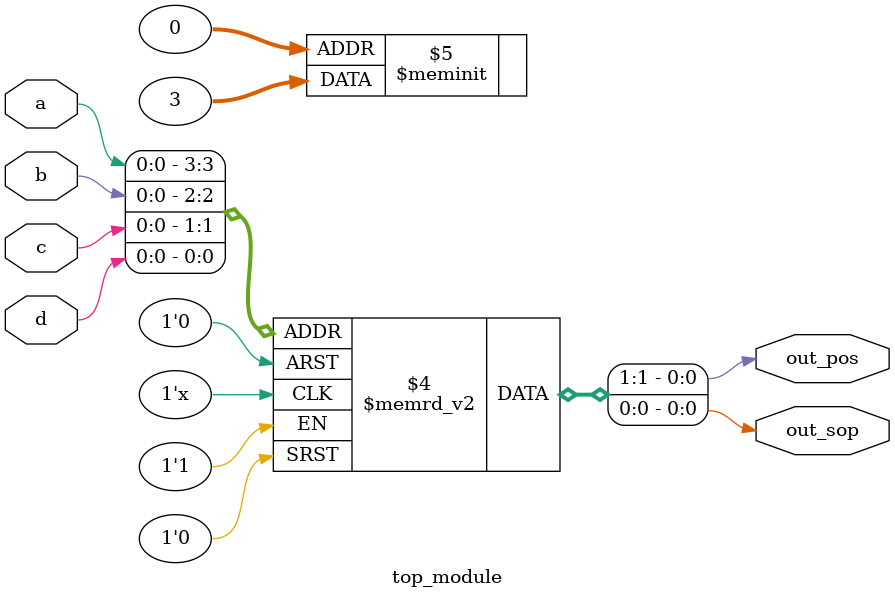
<source format=sv>
module top_module (
    input a,
    input b,
    input c,
    input d,
    output reg out_sop,
    output reg out_pos
);

    always @(*) begin
        case({a, b, c, d})
            // Conditions for logic-1
            2'b00_00, 7'b00_0000, 15'b00_0000_0000_0000_0: begin
                out_sop = 1'b1;
                out_pos = 1'b1;
            end
            
            // Conditions for logic-0
            4'b0000, 4'b0001, 4'b0100, 4'b0101, 4'b0110, 4'b1001, 4'b1010, 4'b1101, 4'b1110: begin
                out_sop = 1'b0;
                out_pos = 1'b0;
            end
            
            default: begin
                out_sop = 1'b0;
                out_pos = 1'b0;
            end
        endcase
    end
    
endmodule

</source>
